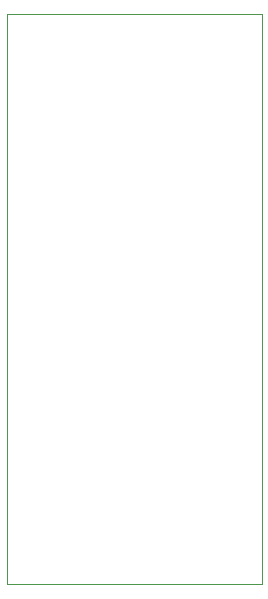
<source format=gm1>
G04 #@! TF.GenerationSoftware,KiCad,Pcbnew,5.1.10*
G04 #@! TF.CreationDate,2021-10-24T19:29:33+00:00*
G04 #@! TF.ProjectId,stm32-debug-breakout,73746d33-322d-4646-9562-75672d627265,rev?*
G04 #@! TF.SameCoordinates,Original*
G04 #@! TF.FileFunction,Profile,NP*
%FSLAX46Y46*%
G04 Gerber Fmt 4.6, Leading zero omitted, Abs format (unit mm)*
G04 Created by KiCad (PCBNEW 5.1.10) date 2021-10-24 19:29:33*
%MOMM*%
%LPD*%
G01*
G04 APERTURE LIST*
G04 #@! TA.AperFunction,Profile*
%ADD10C,0.050000*%
G04 #@! TD*
G04 APERTURE END LIST*
D10*
X138430000Y-120015000D02*
X138430000Y-71755000D01*
X160020000Y-120015000D02*
X138430000Y-120015000D01*
X160020000Y-71755000D02*
X160020000Y-120015000D01*
X138430000Y-71755000D02*
X160020000Y-71755000D01*
M02*

</source>
